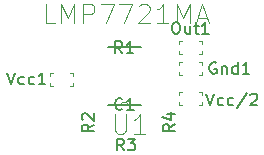
<source format=gto>
G04 #@! TF.GenerationSoftware,KiCad,Pcbnew,(5.1.2)-2*
G04 #@! TF.CreationDate,2019-08-09T02:41:04-07:00*
G04 #@! TF.ProjectId,noncontact_electrode,6e6f6e63-6f6e-4746-9163-745f656c6563,rev?*
G04 #@! TF.SameCoordinates,Original*
G04 #@! TF.FileFunction,Legend,Top*
G04 #@! TF.FilePolarity,Positive*
%FSLAX46Y46*%
G04 Gerber Fmt 4.6, Leading zero omitted, Abs format (unit mm)*
G04 Created by KiCad (PCBNEW (5.1.2)-2) date 2019-08-09 02:41:04*
%MOMM*%
%LPD*%
G04 APERTURE LIST*
%ADD10C,0.100000*%
%ADD11C,0.152400*%
%ADD12C,0.050000*%
%ADD13C,0.150000*%
G04 APERTURE END LIST*
D10*
X99390200Y-102336600D02*
G75*
G02X99999800Y-102311200I304800J12700D01*
G01*
D11*
X99999800Y-102311200D02*
X101066600Y-102311200D01*
X98323400Y-102311200D02*
X99999800Y-102311200D01*
X101066600Y-97332800D02*
X98323400Y-97332800D01*
D10*
X106233000Y-98637000D02*
X105983000Y-98637000D01*
X106233000Y-98637000D02*
X106233000Y-98887000D01*
X104333000Y-98637000D02*
X104583000Y-98637000D01*
X104333000Y-98637000D02*
X104333000Y-98887000D01*
X104333000Y-99737000D02*
X104333000Y-99487000D01*
X104333000Y-99737000D02*
X104583000Y-99737000D01*
X106233000Y-99737000D02*
X105983000Y-99737000D01*
X106233000Y-99737000D02*
X106233000Y-99487000D01*
X95311000Y-99526000D02*
X95061000Y-99526000D01*
X95311000Y-99526000D02*
X95311000Y-99776000D01*
X93411000Y-99526000D02*
X93661000Y-99526000D01*
X93411000Y-99526000D02*
X93411000Y-99776000D01*
X93411000Y-100626000D02*
X93411000Y-100376000D01*
X93411000Y-100626000D02*
X93661000Y-100626000D01*
X95311000Y-100626000D02*
X95061000Y-100626000D01*
X95311000Y-100626000D02*
X95311000Y-100376000D01*
X106233000Y-96859000D02*
X105983000Y-96859000D01*
X106233000Y-96859000D02*
X106233000Y-97109000D01*
X104333000Y-96859000D02*
X104583000Y-96859000D01*
X104333000Y-96859000D02*
X104333000Y-97109000D01*
X104333000Y-97959000D02*
X104333000Y-97709000D01*
X104333000Y-97959000D02*
X104583000Y-97959000D01*
X106233000Y-97959000D02*
X105983000Y-97959000D01*
X106233000Y-97959000D02*
X106233000Y-97709000D01*
X106233000Y-101177000D02*
X105983000Y-101177000D01*
X106233000Y-101177000D02*
X106233000Y-101427000D01*
X104333000Y-101177000D02*
X104583000Y-101177000D01*
X104333000Y-101177000D02*
X104333000Y-101427000D01*
X104333000Y-102277000D02*
X104333000Y-102027000D01*
X104333000Y-102277000D02*
X104583000Y-102277000D01*
X106233000Y-102277000D02*
X105983000Y-102277000D01*
X106233000Y-102277000D02*
X106233000Y-102027000D01*
D12*
X98876820Y-103065871D02*
X98876820Y-104394219D01*
X98954958Y-104550495D01*
X99033096Y-104628633D01*
X99189372Y-104706771D01*
X99501925Y-104706771D01*
X99658201Y-104628633D01*
X99736339Y-104550495D01*
X99814477Y-104394219D01*
X99814477Y-103065871D01*
X101455377Y-104706771D02*
X100517720Y-104706771D01*
X100986549Y-104706771D02*
X100986549Y-103065871D01*
X100830272Y-103300286D01*
X100673996Y-103456562D01*
X100517720Y-103534700D01*
X93803130Y-95357587D02*
X93021458Y-95357587D01*
X93021458Y-93716077D01*
X94350300Y-95357587D02*
X94350300Y-93716077D01*
X94897470Y-94888585D01*
X95444640Y-93716077D01*
X95444640Y-95357587D01*
X96226311Y-95357587D02*
X96226311Y-93716077D01*
X96851648Y-93716077D01*
X97007982Y-93794245D01*
X97086150Y-93872412D01*
X97164317Y-94028746D01*
X97164317Y-94263247D01*
X97086150Y-94419582D01*
X97007982Y-94497749D01*
X96851648Y-94575916D01*
X96226311Y-94575916D01*
X97711487Y-93716077D02*
X98805827Y-93716077D01*
X98102322Y-95357587D01*
X99274830Y-93716077D02*
X100369170Y-93716077D01*
X99665665Y-95357587D01*
X100916340Y-93872412D02*
X100994507Y-93794245D01*
X101150841Y-93716077D01*
X101541677Y-93716077D01*
X101698011Y-93794245D01*
X101776178Y-93872412D01*
X101854345Y-94028746D01*
X101854345Y-94185080D01*
X101776178Y-94419582D01*
X100838172Y-95357587D01*
X101854345Y-95357587D01*
X103417688Y-95357587D02*
X102479682Y-95357587D01*
X102948685Y-95357587D02*
X102948685Y-93716077D01*
X102792351Y-93950579D01*
X102636017Y-94106913D01*
X102479682Y-94185080D01*
X104121192Y-95357587D02*
X104121192Y-93716077D01*
X104668362Y-94888585D01*
X105215532Y-93716077D01*
X105215532Y-95357587D01*
X105919037Y-94888585D02*
X106700708Y-94888585D01*
X105762702Y-95357587D02*
X106309872Y-93716077D01*
X106857042Y-95357587D01*
D13*
X103957380Y-103902666D02*
X103481190Y-104236000D01*
X103957380Y-104474095D02*
X102957380Y-104474095D01*
X102957380Y-104093142D01*
X103005000Y-103997904D01*
X103052619Y-103950285D01*
X103147857Y-103902666D01*
X103290714Y-103902666D01*
X103385952Y-103950285D01*
X103433571Y-103997904D01*
X103481190Y-104093142D01*
X103481190Y-104474095D01*
X103290714Y-103045523D02*
X103957380Y-103045523D01*
X102909761Y-103283619D02*
X103624047Y-103521714D01*
X103624047Y-102902666D01*
X107465952Y-98687000D02*
X107370714Y-98639380D01*
X107227857Y-98639380D01*
X107085000Y-98687000D01*
X106989761Y-98782238D01*
X106942142Y-98877476D01*
X106894523Y-99067952D01*
X106894523Y-99210809D01*
X106942142Y-99401285D01*
X106989761Y-99496523D01*
X107085000Y-99591761D01*
X107227857Y-99639380D01*
X107323095Y-99639380D01*
X107465952Y-99591761D01*
X107513571Y-99544142D01*
X107513571Y-99210809D01*
X107323095Y-99210809D01*
X107942142Y-98972714D02*
X107942142Y-99639380D01*
X107942142Y-99067952D02*
X107989761Y-99020333D01*
X108085000Y-98972714D01*
X108227857Y-98972714D01*
X108323095Y-99020333D01*
X108370714Y-99115571D01*
X108370714Y-99639380D01*
X109275476Y-99639380D02*
X109275476Y-98639380D01*
X109275476Y-99591761D02*
X109180238Y-99639380D01*
X108989761Y-99639380D01*
X108894523Y-99591761D01*
X108846904Y-99544142D01*
X108799285Y-99448904D01*
X108799285Y-99163190D01*
X108846904Y-99067952D01*
X108894523Y-99020333D01*
X108989761Y-98972714D01*
X109180238Y-98972714D01*
X109275476Y-99020333D01*
X110275476Y-99639380D02*
X109704047Y-99639380D01*
X109989761Y-99639380D02*
X109989761Y-98639380D01*
X109894523Y-98782238D01*
X109799285Y-98877476D01*
X109704047Y-98925095D01*
X89773333Y-99528380D02*
X90106666Y-100528380D01*
X90440000Y-99528380D01*
X91201904Y-100480761D02*
X91106666Y-100528380D01*
X90916190Y-100528380D01*
X90820952Y-100480761D01*
X90773333Y-100433142D01*
X90725714Y-100337904D01*
X90725714Y-100052190D01*
X90773333Y-99956952D01*
X90820952Y-99909333D01*
X90916190Y-99861714D01*
X91106666Y-99861714D01*
X91201904Y-99909333D01*
X92059047Y-100480761D02*
X91963809Y-100528380D01*
X91773333Y-100528380D01*
X91678095Y-100480761D01*
X91630476Y-100433142D01*
X91582857Y-100337904D01*
X91582857Y-100052190D01*
X91630476Y-99956952D01*
X91678095Y-99909333D01*
X91773333Y-99861714D01*
X91963809Y-99861714D01*
X92059047Y-99909333D01*
X93011428Y-100528380D02*
X92440000Y-100528380D01*
X92725714Y-100528380D02*
X92725714Y-99528380D01*
X92630476Y-99671238D01*
X92535238Y-99766476D01*
X92440000Y-99814095D01*
X99655333Y-106116380D02*
X99322000Y-105640190D01*
X99083904Y-106116380D02*
X99083904Y-105116380D01*
X99464857Y-105116380D01*
X99560095Y-105164000D01*
X99607714Y-105211619D01*
X99655333Y-105306857D01*
X99655333Y-105449714D01*
X99607714Y-105544952D01*
X99560095Y-105592571D01*
X99464857Y-105640190D01*
X99083904Y-105640190D01*
X99988666Y-105116380D02*
X100607714Y-105116380D01*
X100274380Y-105497333D01*
X100417238Y-105497333D01*
X100512476Y-105544952D01*
X100560095Y-105592571D01*
X100607714Y-105687809D01*
X100607714Y-105925904D01*
X100560095Y-106021142D01*
X100512476Y-106068761D01*
X100417238Y-106116380D01*
X100131523Y-106116380D01*
X100036285Y-106068761D01*
X99988666Y-106021142D01*
X97099380Y-103925666D02*
X96623190Y-104259000D01*
X97099380Y-104497095D02*
X96099380Y-104497095D01*
X96099380Y-104116142D01*
X96147000Y-104020904D01*
X96194619Y-103973285D01*
X96289857Y-103925666D01*
X96432714Y-103925666D01*
X96527952Y-103973285D01*
X96575571Y-104020904D01*
X96623190Y-104116142D01*
X96623190Y-104497095D01*
X96194619Y-103544714D02*
X96147000Y-103497095D01*
X96099380Y-103401857D01*
X96099380Y-103163761D01*
X96147000Y-103068523D01*
X96194619Y-103020904D01*
X96289857Y-102973285D01*
X96385095Y-102973285D01*
X96527952Y-103020904D01*
X97099380Y-103592333D01*
X97099380Y-102973285D01*
X99505333Y-97888380D02*
X99172000Y-97412190D01*
X98933904Y-97888380D02*
X98933904Y-96888380D01*
X99314857Y-96888380D01*
X99410095Y-96936000D01*
X99457714Y-96983619D01*
X99505333Y-97078857D01*
X99505333Y-97221714D01*
X99457714Y-97316952D01*
X99410095Y-97364571D01*
X99314857Y-97412190D01*
X98933904Y-97412190D01*
X100457714Y-97888380D02*
X99886285Y-97888380D01*
X100172000Y-97888380D02*
X100172000Y-96888380D01*
X100076761Y-97031238D01*
X99981523Y-97126476D01*
X99886285Y-97174095D01*
X103973476Y-95261380D02*
X104163952Y-95261380D01*
X104259190Y-95309000D01*
X104354428Y-95404238D01*
X104402047Y-95594714D01*
X104402047Y-95928047D01*
X104354428Y-96118523D01*
X104259190Y-96213761D01*
X104163952Y-96261380D01*
X103973476Y-96261380D01*
X103878238Y-96213761D01*
X103783000Y-96118523D01*
X103735380Y-95928047D01*
X103735380Y-95594714D01*
X103783000Y-95404238D01*
X103878238Y-95309000D01*
X103973476Y-95261380D01*
X105259190Y-95594714D02*
X105259190Y-96261380D01*
X104830619Y-95594714D02*
X104830619Y-96118523D01*
X104878238Y-96213761D01*
X104973476Y-96261380D01*
X105116333Y-96261380D01*
X105211571Y-96213761D01*
X105259190Y-96166142D01*
X105592523Y-95594714D02*
X105973476Y-95594714D01*
X105735380Y-95261380D02*
X105735380Y-96118523D01*
X105783000Y-96213761D01*
X105878238Y-96261380D01*
X105973476Y-96261380D01*
X106830619Y-96261380D02*
X106259190Y-96261380D01*
X106544904Y-96261380D02*
X106544904Y-95261380D01*
X106449666Y-95404238D01*
X106354428Y-95499476D01*
X106259190Y-95547095D01*
X106648523Y-101306380D02*
X106981857Y-102306380D01*
X107315190Y-101306380D01*
X108077095Y-102258761D02*
X107981857Y-102306380D01*
X107791380Y-102306380D01*
X107696142Y-102258761D01*
X107648523Y-102211142D01*
X107600904Y-102115904D01*
X107600904Y-101830190D01*
X107648523Y-101734952D01*
X107696142Y-101687333D01*
X107791380Y-101639714D01*
X107981857Y-101639714D01*
X108077095Y-101687333D01*
X108934238Y-102258761D02*
X108839000Y-102306380D01*
X108648523Y-102306380D01*
X108553285Y-102258761D01*
X108505666Y-102211142D01*
X108458047Y-102115904D01*
X108458047Y-101830190D01*
X108505666Y-101734952D01*
X108553285Y-101687333D01*
X108648523Y-101639714D01*
X108839000Y-101639714D01*
X108934238Y-101687333D01*
X110077095Y-101258761D02*
X109219952Y-102544476D01*
X110362809Y-101401619D02*
X110410428Y-101354000D01*
X110505666Y-101306380D01*
X110743761Y-101306380D01*
X110839000Y-101354000D01*
X110886619Y-101401619D01*
X110934238Y-101496857D01*
X110934238Y-101592095D01*
X110886619Y-101734952D01*
X110315190Y-102306380D01*
X110934238Y-102306380D01*
X99528333Y-102592142D02*
X99480714Y-102639761D01*
X99337857Y-102687380D01*
X99242619Y-102687380D01*
X99099761Y-102639761D01*
X99004523Y-102544523D01*
X98956904Y-102449285D01*
X98909285Y-102258809D01*
X98909285Y-102115952D01*
X98956904Y-101925476D01*
X99004523Y-101830238D01*
X99099761Y-101735000D01*
X99242619Y-101687380D01*
X99337857Y-101687380D01*
X99480714Y-101735000D01*
X99528333Y-101782619D01*
X100480714Y-102687380D02*
X99909285Y-102687380D01*
X100195000Y-102687380D02*
X100195000Y-101687380D01*
X100099761Y-101830238D01*
X100004523Y-101925476D01*
X99909285Y-101973095D01*
M02*

</source>
